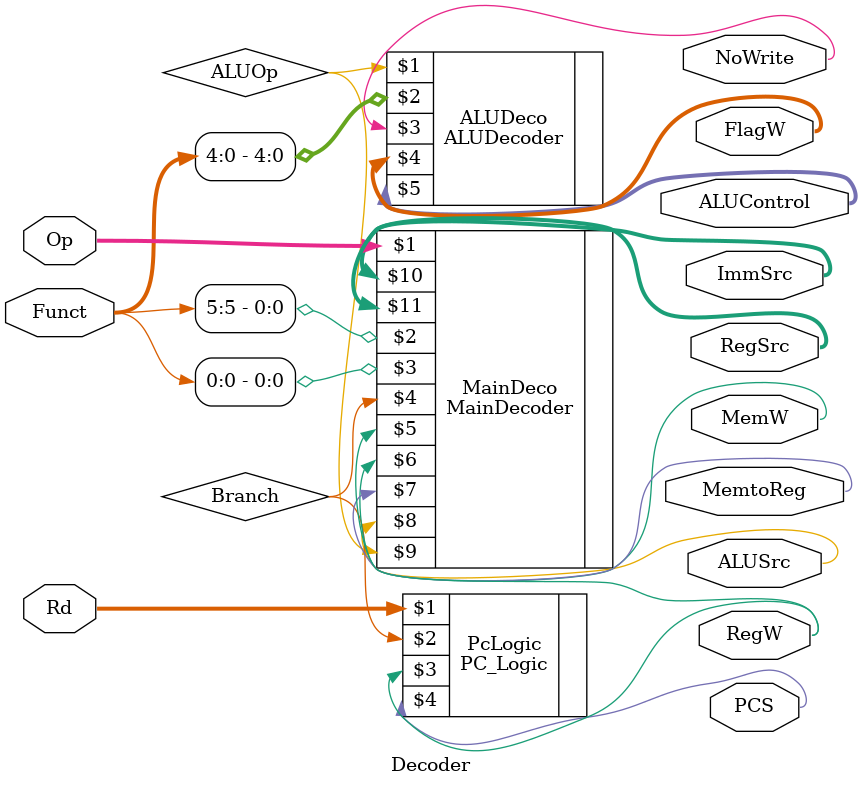
<source format=sv>
module Decoder(input  logic [3:0] Rd,
					input  logic [1:0] Op,
					input  logic [5:0] Funct,
					output logic PCS, RegW, MemW, MemtoReg, ALUSrc, NoWrite, 
					output logic [1:0] ImmSrc, FlagW, RegSrc,
					output logic [2:0] ALUControl);

	logic Branch, ALUOp;
	
	MainDecoder MainDeco(Op, Funct[5], Funct[0], Branch, 
								RegW, MemW, MemtoReg, ALUSrc, ALUOp,
								ImmSrc, RegSrc);
	
	ALUDecoder	ALUDeco(ALUOp, Funct[4:0], NoWrite, FlagW, ALUControl);
	
	PC_Logic PcLogic(Rd, Branch, RegW, PCS);
					
endmodule 
</source>
